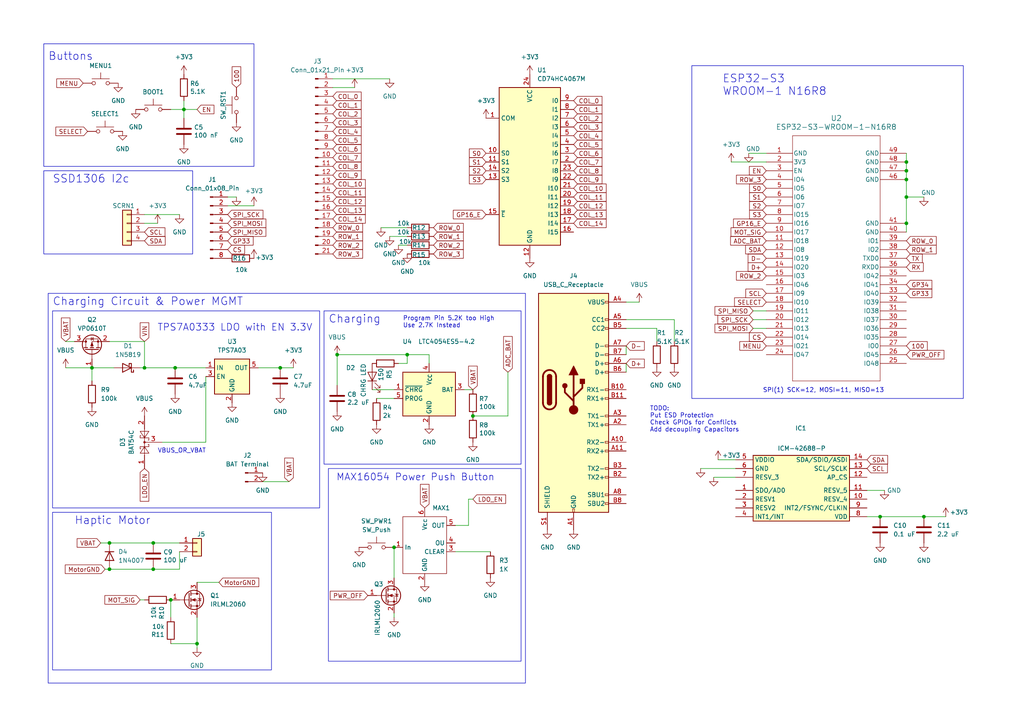
<source format=kicad_sch>
(kicad_sch (version 20250114) (generator "eeschema") (generator_version "9.0")
  (paper "A4")
  (rectangle (start 13.97 85.09) (end 152.4 198.12))
  (rectangle (start 93.98 90.17) (end 151.13 134.62))
  (rectangle (start 200.66 19.05) (end 279.4 115.57))
  (rectangle (start 95.25 135.89) (end 151.13 191.77))
  (rectangle (start 12.7 49.53) (end 55.88 73.66))
  (rectangle (start 15.24 148.59) (end 78.74 194.31))
  (rectangle (start 15.24 90.17) (end 92.71 147.32))
  (rectangle (start 12.7 12.7) (end 73.66 48.26))
  (text "Charging Circuit & Power MGMT" (at 15.24 88.9 0) (effects (font (size 2.27 2.27)) (justify left bottom)))
  (text "Haptic Motor" (at 21.59 152.4 0) (effects (font (size 2.27 2.27)) (justify left bottom)))
  (text "Buttons" (at 13.97 17.78 0) (effects (font (size 2.27 2.27)) (justify left bottom)))
  (text "ESP32-S3\nWROOM-1 N16R8" (at 209.55 27.94 0) (effects (font (size 2.27 2.27)) (justify left bottom)))
  (text "TODO:\nPut ESD Protection\nCheck GPIOs for Conflicts\nAdd decoupling Capacitors" (at 188.468 125.476 0) (effects (font (size 1.27 1.27)) (justify left bottom)))
  (text "TPS7A0333 LDO with EN 3.3V" (at 90.678 96.266 0) (effects (font (size 2 2)) (justify right bottom)))
  (text "SPI(1) SCK=12, MOSI=11, MISO=13" (at 221.234 114.046 0) (effects (font (size 1.27 1.27)) (justify left bottom)))
  (text "SSD1306 I2c" (at 15.24 53.34 0) (effects (font (size 2.27 2.27)) (justify left bottom)))
  (text "Program Pin 5.2K too High\nUse 2.7K Instead\n" (at 116.84 95.25 0) (effects (font (size 1.27 1.27)) (justify left bottom)))
  (text "MAX16054 Power Push Button" (at 143.51 139.7 0) (effects (font (size 2 2)) (justify right bottom)))
  (text "VBUS_OR_VBAT" (at 45.72 131.572 0) (effects (font (size 1.27 1.27)) (justify left bottom)))
  (text "Charging\n" (at 95.25 93.98 0) (effects (font (size 2.27 2.27)) (justify left bottom)))
  (junction (at 262.89 52.07))
  (junction (at 262.89 49.53))
  (junction (at 262.89 57.15))
  (junction (at 97.79 102.87))
  (junction (at 31.75 165.1))
  (junction (at 262.89 64.77))
  (junction (at 50.8 106.68))
  (junction (at 114.3 158.75))
  (junction (at 137.16 120.65))
  (junction (at 118.11 102.87))
  (junction (at 49.53 173.99))
  (junction (at 262.89 46.99))
  (junction (at 53.34 31.75))
  (junction (at 44.45 157.48))
  (junction (at 26.67 106.68))
  (junction (at 44.45 165.1))
  (junction (at 267.97 149.86))
  (junction (at 31.75 157.48))
  (junction (at 255.27 149.86))
  (junction (at 81.28 106.68))
  (junction (at 57.15 186.69))
  (junction (at 41.91 106.68))
  (wire (pts (xy 26.67 106.68) (xy 26.67 110.49)))
  (wire (pts (xy 40.64 106.68) (xy 41.91 106.68)))
  (wire (pts (xy 41.91 106.68) (xy 50.8 106.68)))
  (wire (pts (xy 262.89 64.77) (xy 262.89 67.31)))
  (wire (pts (xy 57.15 186.69) (xy 57.15 179.07)))
  (wire (pts (xy 218.44 90.17) (xy 222.25 90.17)))
  (wire (pts (xy 73.66 59.69) (xy 66.04 59.69)))
  (wire (pts (xy 262.89 57.15) (xy 262.89 64.77)))
  (wire (pts (xy 52.07 165.1) (xy 44.45 165.1)))
  (wire (pts (xy 118.11 105.41) (xy 118.11 102.87)))
  (wire (pts (xy 208.28 133.35) (xy 213.36 133.35)))
  (wire (pts (xy 19.05 106.68) (xy 26.67 106.68)))
  (wire (pts (xy 53.34 31.75) (xy 53.34 34.29)))
  (wire (pts (xy 262.89 44.45) (xy 262.89 46.99)))
  (wire (pts (xy 118.11 102.87) (xy 124.46 102.87)))
  (wire (pts (xy 46.99 128.27) (xy 59.69 128.27)))
  (wire (pts (xy 147.32 107.95) (xy 147.32 120.65)))
  (wire (pts (xy 49.53 186.69) (xy 57.15 186.69)))
  (wire (pts (xy 124.46 102.87) (xy 124.46 105.41)))
  (wire (pts (xy 135.89 152.4) (xy 132.08 152.4)))
  (wire (pts (xy 83.82 139.7) (xy 76.2 139.7)))
  (wire (pts (xy 262.89 46.99) (xy 262.89 49.53)))
  (wire (pts (xy 114.3 158.75) (xy 114.3 167.64)))
  (wire (pts (xy 267.97 149.86) (xy 255.27 149.86)))
  (wire (pts (xy 207.01 138.43) (xy 213.36 138.43)))
  (wire (pts (xy 45.72 64.77) (xy 41.91 64.77)))
  (wire (pts (xy 190.5 95.25) (xy 190.5 99.06)))
  (wire (pts (xy 256.54 142.24) (xy 251.46 142.24)))
  (wire (pts (xy 97.79 111.76) (xy 97.79 102.87)))
  (wire (pts (xy 181.61 105.41) (xy 181.61 107.95)))
  (wire (pts (xy 109.22 115.57) (xy 114.3 115.57)))
  (wire (pts (xy 217.17 44.45) (xy 222.25 44.45)))
  (wire (pts (xy 218.44 95.25) (xy 222.25 95.25)))
  (wire (pts (xy 59.69 128.27) (xy 59.69 109.22)))
  (wire (pts (xy 49.53 179.07) (xy 49.53 173.99)))
  (wire (pts (xy 218.44 92.71) (xy 222.25 92.71)))
  (wire (pts (xy 113.03 22.86) (xy 96.52 22.86)))
  (wire (pts (xy 50.8 106.68) (xy 59.69 106.68)))
  (wire (pts (xy 203.2 135.89) (xy 213.36 135.89)))
  (wire (pts (xy 212.09 46.99) (xy 222.25 46.99)))
  (wire (pts (xy 115.57 71.12) (xy 118.11 71.12)))
  (wire (pts (xy 53.34 29.21) (xy 53.34 31.75)))
  (wire (pts (xy 19.05 99.06) (xy 21.59 99.06)))
  (wire (pts (xy 137.16 120.65) (xy 147.32 120.65)))
  (wire (pts (xy 41.91 99.06) (xy 41.91 106.68)))
  (wire (pts (xy 53.34 31.75) (xy 57.15 31.75)))
  (wire (pts (xy 49.53 31.75) (xy 53.34 31.75)))
  (wire (pts (xy 31.75 99.06) (xy 41.91 99.06)))
  (wire (pts (xy 68.58 57.15) (xy 66.04 57.15)))
  (wire (pts (xy 181.61 100.33) (xy 181.61 102.87)))
  (wire (pts (xy 41.91 173.99) (xy 40.64 173.99)))
  (wire (pts (xy 85.09 106.68) (xy 81.28 106.68)))
  (wire (pts (xy 135.89 144.78) (xy 135.89 152.4)))
  (wire (pts (xy 115.57 105.41) (xy 118.11 105.41)))
  (wire (pts (xy 31.75 157.48) (xy 44.45 157.48)))
  (wire (pts (xy 44.45 165.1) (xy 31.75 165.1)))
  (wire (pts (xy 110.49 66.04) (xy 118.11 66.04)))
  (wire (pts (xy 107.95 113.03) (xy 114.3 113.03)))
  (wire (pts (xy 255.27 149.86) (xy 251.46 149.86)))
  (wire (pts (xy 44.45 157.48) (xy 52.07 157.48)))
  (wire (pts (xy 31.75 165.1) (xy 30.48 165.1)))
  (wire (pts (xy 29.21 157.48) (xy 31.75 157.48)))
  (wire (pts (xy 113.03 68.58) (xy 118.11 68.58)))
  (wire (pts (xy 262.89 49.53) (xy 262.89 52.07)))
  (wire (pts (xy 102.87 25.4) (xy 96.52 25.4)))
  (wire (pts (xy 267.97 57.15) (xy 262.89 57.15)))
  (wire (pts (xy 81.28 106.68) (xy 74.93 106.68)))
  (wire (pts (xy 274.32 149.86) (xy 267.97 149.86)))
  (wire (pts (xy 137.16 144.78) (xy 135.89 144.78)))
  (wire (pts (xy 132.08 160.02) (xy 142.24 160.02)))
  (wire (pts (xy 114.3 177.8) (xy 114.3 179.07)))
  (wire (pts (xy 262.89 52.07) (xy 262.89 57.15)))
  (wire (pts (xy 57.15 187.96) (xy 57.15 186.69)))
  (wire (pts (xy 181.61 95.25) (xy 190.5 95.25)))
  (wire (pts (xy 52.07 62.23) (xy 41.91 62.23)))
  (wire (pts (xy 195.58 92.71) (xy 195.58 99.06)))
  (wire (pts (xy 26.67 106.68) (xy 33.02 106.68)))
  (wire (pts (xy 185.42 87.63) (xy 181.61 87.63)))
  (wire (pts (xy 52.07 160.02) (xy 52.07 165.1)))
  (wire (pts (xy 63.5 168.91) (xy 57.15 168.91)))
  (wire (pts (xy 97.79 102.87) (xy 118.11 102.87)))
  (wire (pts (xy 134.62 113.03) (xy 137.16 113.03)))
  (wire (pts (xy 181.61 92.71) (xy 195.58 92.71)))
  (global_label "ROW_1" (shape input) (at 125.73 68.58 0) (property "Intersheetrefs" "${INTERSHEET_REFS}" (effects (hide yes))))
  (global_label "ROW_0" (shape input) (at 96.52 66.04 0) (property "Intersheetrefs" "${INTERSHEET_REFS}" (effects (hide yes))))
  (global_label "ADC_BAT" (shape input) (at 222.25 69.85 180) (property "Intersheetrefs" "${INTERSHEET_REFS}" (effects (hide yes))))
  (global_label "COL_12" (shape input) (at 166.37 59.69 0) (property "Intersheetrefs" "${INTERSHEET_REFS}" (effects (hide yes))))
  (global_label "ROW_1" (shape input) (at 96.52 68.58 0) (property "Intersheetrefs" "${INTERSHEET_REFS}" (effects (hide yes))))
  (global_label "PWR_OFF" (shape input) (at 106.68 172.72 180) (property "Intersheetrefs" "${INTERSHEET_REFS}" (effects (hide yes))))
  (global_label "D-" (shape input) (at 222.25 74.93 180) (property "Intersheetrefs" "${INTERSHEET_REFS}" (effects (hide yes))))
  (global_label "COL_10" (shape input) (at 166.37 54.61 0) (property "Intersheetrefs" "${INTERSHEET_REFS}" (effects (hide yes))))
  (global_label "COL_7" (shape input) (at 166.37 46.99 0) (property "Intersheetrefs" "${INTERSHEET_REFS}" (effects (hide yes))))
  (global_label "100" (shape input) (at 68.58 25.4 90) (property "Intersheetrefs" "${INTERSHEET_REFS}" (effects (hide yes))))
  (global_label "COL_4" (shape input) (at 96.52 38.1 0) (property "Intersheetrefs" "${INTERSHEET_REFS}" (effects (hide yes))))
  (global_label "D+" (shape input) (at 181.61 105.41 0) (property "Intersheetrefs" "${INTERSHEET_REFS}" (effects (hide yes))))
  (global_label "MotorGND" (shape input) (at 63.5 168.91 0) (property "Intersheetrefs" "${INTERSHEET_REFS}" (effects (hide yes))))
  (global_label "S0" (shape input) (at 222.25 54.61 180) (property "Intersheetrefs" "${INTERSHEET_REFS}" (effects (hide yes))))
  (global_label "S0" (shape input) (at 140.97 44.45 180) (property "Intersheetrefs" "${INTERSHEET_REFS}" (effects (hide yes))))
  (global_label "COL_5" (shape input) (at 96.52 40.64 0) (property "Intersheetrefs" "${INTERSHEET_REFS}" (effects (hide yes))))
  (global_label "GP34" (shape input) (at 262.89 82.55 0) (property "Intersheetrefs" "${INTERSHEET_REFS}" (effects (hide yes))))
  (global_label "D+" (shape input) (at 222.25 77.47 180) (property "Intersheetrefs" "${INTERSHEET_REFS}" (effects (hide yes))))
  (global_label "D-" (shape input) (at 181.61 100.33 0) (property "Intersheetrefs" "${INTERSHEET_REFS}" (effects (hide yes))))
  (global_label "SPI_MOSI" (shape input) (at 218.44 95.25 180) (property "Intersheetrefs" "${INTERSHEET_REFS}" (effects (hide yes))))
  (global_label "ROW_2" (shape input) (at 125.73 71.12 0) (property "Intersheetrefs" "${INTERSHEET_REFS}" (effects (hide yes))))
  (global_label "ROW_3" (shape input) (at 222.25 52.07 180) (property "Intersheetrefs" "${INTERSHEET_REFS}" (effects (hide yes))))
  (global_label "COL_0" (shape input) (at 96.52 27.94 0) (property "Intersheetrefs" "${INTERSHEET_REFS}" (effects (hide yes))))
  (global_label "VBAT" (shape input) (at 29.21 157.48 180) (property "Intersheetrefs" "${INTERSHEET_REFS}" (effects (hide yes))))
  (global_label "TX" (shape input) (at 262.89 74.93 0) (property "Intersheetrefs" "${INTERSHEET_REFS}" (effects (hide yes))))
  (global_label "MOT_SIG" (shape input) (at 222.25 67.31 180) (property "Intersheetrefs" "${INTERSHEET_REFS}" (effects (hide yes))))
  (global_label "SDA" (shape input) (at 41.91 69.85 0) (property "Intersheetrefs" "${INTERSHEET_REFS}" (effects (hide yes))))
  (global_label "COL_2" (shape input) (at 96.52 33.02 0) (property "Intersheetrefs" "${INTERSHEET_REFS}" (effects (hide yes))))
  (global_label "PWR_OFF" (shape input) (at 262.89 102.87 0) (property "Intersheetrefs" "${INTERSHEET_REFS}" (effects (hide yes))))
  (global_label "COL_0" (shape input) (at 166.37 29.21 0) (property "Intersheetrefs" "${INTERSHEET_REFS}" (effects (hide yes))))
  (global_label "SPI_MOSI" (shape input) (at 66.04 64.77 0) (property "Intersheetrefs" "${INTERSHEET_REFS}" (effects (hide yes))))
  (global_label "COL_13" (shape input) (at 96.52 60.96 0) (property "Intersheetrefs" "${INTERSHEET_REFS}" (effects (hide yes))))
  (global_label "SPI_SCK" (shape input) (at 66.04 62.23 0) (property "Intersheetrefs" "${INTERSHEET_REFS}" (effects (hide yes))))
  (global_label "COL_8" (shape input) (at 96.52 48.26 0) (property "Intersheetrefs" "${INTERSHEET_REFS}" (effects (hide yes))))
  (global_label "RX" (shape input) (at 262.89 77.47 0) (property "Intersheetrefs" "${INTERSHEET_REFS}" (effects (hide yes))))
  (global_label "COL_11" (shape input) (at 96.52 55.88 0) (property "Intersheetrefs" "${INTERSHEET_REFS}" (effects (hide yes))))
  (global_label "COL_6" (shape input) (at 166.37 44.45 0) (property "Intersheetrefs" "${INTERSHEET_REFS}" (effects (hide yes))))
  (global_label "SELECT" (shape input) (at 222.25 87.63 180) (property "Intersheetrefs" "${INTERSHEET_REFS}" (effects (hide yes))))
  (global_label "COL_9" (shape input) (at 96.52 50.8 0) (property "Intersheetrefs" "${INTERSHEET_REFS}" (effects (hide yes))))
  (global_label "COL_5" (shape input) (at 166.37 41.91 0) (property "Intersheetrefs" "${INTERSHEET_REFS}" (effects (hide yes))))
  (global_label "COL_10" (shape input) (at 96.52 53.34 0) (property "Intersheetrefs" "${INTERSHEET_REFS}" (effects (hide yes))))
  (global_label "SCL" (shape input) (at 251.46 135.89 0) (property "Intersheetrefs" "${INTERSHEET_REFS}" (effects (hide yes))))
  (global_label "ROW_2" (shape input) (at 222.25 80.01 180) (property "Intersheetrefs" "${INTERSHEET_REFS}" (effects (hide yes))))
  (global_label "VIN" (shape input) (at 41.91 99.06 90) (property "Intersheetrefs" "${INTERSHEET_REFS}" (effects (hide yes))))
  (global_label "SCL" (shape input) (at 222.25 85.09 180) (property "Intersheetrefs" "${INTERSHEET_REFS}" (effects (hide yes))))
  (global_label "MotorGND" (shape input) (at 30.48 165.1 180) (property "Intersheetrefs" "${INTERSHEET_REFS}" (effects (hide yes))))
  (global_label "SPI_MISO" (shape input) (at 218.44 90.17 180) (property "Intersheetrefs" "${INTERSHEET_REFS}" (effects (hide yes))))
  (global_label "VBAT" (shape input) (at 123.19 147.32 90) (property "Intersheetrefs" "${INTERSHEET_REFS}" (effects (hide yes))))
  (global_label "COL_2" (shape input) (at 166.37 34.29 0) (property "Intersheetrefs" "${INTERSHEET_REFS}" (effects (hide yes))))
  (global_label "ROW_3" (shape input) (at 96.52 73.66 0) (property "Intersheetrefs" "${INTERSHEET_REFS}" (effects (hide yes))))
  (global_label "MENU" (shape input) (at 222.25 100.33 180) (property "Intersheetrefs" "${INTERSHEET_REFS}" (effects (hide yes))))
  (global_label "S1" (shape input) (at 222.25 57.15 180) (property "Intersheetrefs" "${INTERSHEET_REFS}" (effects (hide yes))))
  (global_label "100" (shape input) (at 262.89 100.33 0) (property "Intersheetrefs" "${INTERSHEET_REFS}" (effects (hide yes))))
  (global_label "COL_1" (shape input) (at 96.52 30.48 0) (property "Intersheetrefs" "${INTERSHEET_REFS}" (effects (hide yes))))
  (global_label "SDA" (shape input) (at 251.46 133.35 0) (property "Intersheetrefs" "${INTERSHEET_REFS}" (effects (hide yes))))
  (global_label "CS" (shape input) (at 222.25 97.79 180) (property "Intersheetrefs" "${INTERSHEET_REFS}" (effects (hide yes))))
  (global_label "GP16_E" (shape input) (at 222.25 64.77 180) (property "Intersheetrefs" "${INTERSHEET_REFS}" (effects (hide yes))))
  (global_label "EN" (shape input) (at 222.25 49.53 180) (property "Intersheetrefs" "${INTERSHEET_REFS}" (effects (hide yes))))
  (global_label "ROW_1" (shape input) (at 262.89 72.39 0) (property "Intersheetrefs" "${INTERSHEET_REFS}" (effects (hide yes))))
  (global_label "S3" (shape input) (at 222.25 62.23 180) (property "Intersheetrefs" "${INTERSHEET_REFS}" (effects (hide yes))))
  (global_label "COL_7" (shape input) (at 96.52 45.72 0) (property "Intersheetrefs" "${INTERSHEET_REFS}" (effects (hide yes))))
  (global_label "MENU" (shape input) (at 24.13 24.13 180) (property "Intersheetrefs" "${INTERSHEET_REFS}" (effects (hide yes))))
  (global_label "COL_1" (shape input) (at 166.37 31.75 0) (property "Intersheetrefs" "${INTERSHEET_REFS}" (effects (hide yes))))
  (global_label "SPI_SCK" (shape input) (at 218.44 92.71 180) (property "Intersheetrefs" "${INTERSHEET_REFS}" (effects (hide yes))))
  (global_label "SELECT" (shape input) (at 25.4 38.1 180) (property "Intersheetrefs" "${INTERSHEET_REFS}" (effects (hide yes))))
  (global_label "COL_12" (shape input) (at 96.52 58.42 0) (property "Intersheetrefs" "${INTERSHEET_REFS}" (effects (hide yes))))
  (global_label "COL_9" (shape input) (at 166.37 52.07 0) (property "Intersheetrefs" "${INTERSHEET_REFS}" (effects (hide yes))))
  (global_label "GP16_E" (shape input) (at 140.97 62.23 180) (property "Intersheetrefs" "${INTERSHEET_REFS}" (effects (hide yes))))
  (global_label "COL_14" (shape input) (at 96.52 63.5 0) (property "Intersheetrefs" "${INTERSHEET_REFS}" (effects (hide yes))))
  (global_label "COL_3" (shape input) (at 166.37 36.83 0) (property "Intersheetrefs" "${INTERSHEET_REFS}" (effects (hide yes))))
  (global_label "ADC_BAT" (shape input) (at 147.32 107.95 90) (property "Intersheetrefs" "${INTERSHEET_REFS}" (effects (hide yes))))
  (global_label "GP33" (shape input) (at 66.04 69.85 0) (property "Intersheetrefs" "${INTERSHEET_REFS}" (effects (hide yes))))
  (global_label "COL_11" (shape input) (at 166.37 57.15 0) (property "Intersheetrefs" "${INTERSHEET_REFS}" (effects (hide yes))))
  (global_label "VBAT" (shape input) (at 83.82 139.7 90) (property "Intersheetrefs" "${INTERSHEET_REFS}" (effects (hide yes))))
  (global_label "SPI_MISO" (shape input) (at 66.04 67.31 0) (property "Intersheetrefs" "${INTERSHEET_REFS}" (effects (hide yes))))
  (global_label "ROW_3" (shape input) (at 125.73 73.66 0) (property "Intersheetrefs" "${INTERSHEET_REFS}" (effects (hide yes))))
  (global_label "LDO_EN" (shape input) (at 41.91 135.89 270) (property "Intersheetrefs" "${INTERSHEET_REFS}" (effects (hide yes))))
  (global_label "ROW_0" (shape input) (at 125.73 66.04 0) (property "Intersheetrefs" "${INTERSHEET_REFS}" (effects (hide yes))))
  (global_label "COL_4" (shape input) (at 166.37 39.37 0) (property "Intersheetrefs" "${INTERSHEET_REFS}" (effects (hide yes))))
  (global_label "VBAT" (shape input) (at 19.05 99.06 90) (property "Intersheetrefs" "${INTERSHEET_REFS}" (effects (hide yes))))
  (global_label "LDO_EN" (shape input) (at 137.16 144.78 0) (property "Intersheetrefs" "${INTERSHEET_REFS}" (effects (hide yes))))
  (global_label "SCL" (shape input) (at 41.91 67.31 0) (property "Intersheetrefs" "${INTERSHEET_REFS}" (effects (hide yes))))
  (global_label "EN" (shape input) (at 57.15 31.75 0) (property "Intersheetrefs" "${INTERSHEET_REFS}" (effects (hide yes))))
  (global_label "S1" (shape input) (at 140.97 46.99 180) (property "Intersheetrefs" "${INTERSHEET_REFS}" (effects (hide yes))))
  (global_label "SDA" (shape input) (at 222.25 72.39 180) (property "Intersheetrefs" "${INTERSHEET_REFS}" (effects (hide yes))))
  (global_label "CS" (shape input) (at 66.04 72.39 0) (property "Intersheetrefs" "${INTERSHEET_REFS}" (effects (hide yes))))
  (global_label "COL_6" (shape input) (at 96.52 43.18 0) (property "Intersheetrefs" "${INTERSHEET_REFS}" (effects (hide yes))))
  (global_label "GP33" (shape input) (at 262.89 85.09 0) (property "Intersheetrefs" "${INTERSHEET_REFS}" (effects (hide yes))))
  (global_label "S3" (shape input) (at 140.97 52.07 180) (property "Intersheetrefs" "${INTERSHEET_REFS}" (effects (hide yes))))
  (global_label "COL_13" (shape input) (at 166.37 62.23 0) (property "Intersheetrefs" "${INTERSHEET_REFS}" (effects (hide yes))))
  (global_label "S2" (shape input) (at 140.97 49.53 180) (property "Intersheetrefs" "${INTERSHEET_REFS}" (effects (hide yes))))
  (global_label "COL_14" (shape input) (at 166.37 64.77 0) (property "Intersheetrefs" "${INTERSHEET_REFS}" (effects (hide yes))))
  (global_label "MOT_SIG" (shape input) (at 40.64 173.99 180) (property "Intersheetrefs" "${INTERSHEET_REFS}" (effects (hide yes))))
  (global_label "ROW_2" (shape input) (at 96.52 71.12 0) (property "Intersheetrefs" "${INTERSHEET_REFS}" (effects (hide yes))))
  (global_label "VBAT" (shape input) (at 137.16 113.03 90) (property "Intersheetrefs" "${INTERSHEET_REFS}" (effects (hide yes))))
  (global_label "S2" (shape input) (at 222.25 59.69 180) (property "Intersheetrefs" "${INTERSHEET_REFS}" (effects (hide yes))))
  (global_label "COL_8" (shape input) (at 166.37 49.53 0) (property "Intersheetrefs" "${INTERSHEET_REFS}" (effects (hide yes))))
  (global_label "COL_3" (shape input) (at 96.52 35.56 0) (property "Intersheetrefs" "${INTERSHEET_REFS}" (effects (hide yes))))
  (global_label "ROW_0" (shape input) (at 262.89 69.85 0) (property "Intersheetrefs" "${INTERSHEET_REFS}" (effects (hide yes))))
  (symbol (lib_id "Switch:SW_Push") (at 68.58 30.48 90) (unit 1)
    (property "Reference" "SW_RST1" (at 64.77 30.48 0))
    (property "Value" "SW_Push" (effects (hide yes)))
    (property "Footprint" "OpenMuscleDevKit:EVQP2P02M" (effects (hide yes)))
  )
  (symbol (lib_id "Switch:SW_Push") (at 44.45 31.75 0) (unit 1)
    (property "Reference" "BOOT1" (at 44.45 26.67 0))
    (property "Value" "SW_Push" (effects (hide yes)))
    (property "Footprint" "OpenMuscleDevKit:EVQP2P02M" (effects (hide yes)))
  )
  (symbol (lib_id "power:GND") (at 97.79 119.38 0) (unit 1)
    (property "Reference" "#PWR034" (effects (hide yes)))
    (property "Value" "GND" (at 97.79 124.46 0))
  )
  (symbol (lib_id "Device:R") (at 121.92 66.04 90) (unit 1)
    (property "Reference" "R12" (at 123.444 66.04 90) (effects (justify left)))
    (property "Value" "10k" (at 118.872 64.77 90) (effects (justify left)))
    (property "Footprint" "Resistor_SMD:R_0603_1608Metric" (effects (hide yes)))
    (property "JLCPN" "C25905" (effects (hide yes)))
  )
  (symbol (lib_id "Device:C") (at 255.27 153.67 0) (unit 1)
    (property "Reference" "C10" (at 259.08 152.3999 0) (effects (justify left)))
    (property "Value" "0.1 uF" (at 259.08 154.9399 0) (effects (justify left)))
    (property "Footprint" "Capacitor_SMD:C_0603_1608Metric" (effects (hide yes)))
  )
  (symbol (lib_id "Connector:Conn_01x08_Pin") (at 60.96 64.77 0) (unit 1)
    (property "Reference" "J1" (at 61.595 52.07 0))
    (property "Value" "Conn_01x08_Pin" (at 61.595 54.61 0))
    (property "Footprint" "Connector_PinHeader_2.54mm:PinHeader_1x08_P2.54mm_Vertical" (effects (hide yes)))
    (property "Description" "Generic connector, single row, 01x08, script generated" (effects (hide yes)))
  )
  (symbol (lib_id "Device:R") (at 121.92 68.58 90) (unit 1)
    (property "Reference" "R13" (at 123.444 68.58 90) (effects (justify left)))
    (property "Value" "10k" (at 118.872 67.31 90) (effects (justify left)))
    (property "Footprint" "Resistor_SMD:R_0603_1608Metric" (effects (hide yes)))
    (property "JLCPN" "C25905" (effects (hide yes)))
  )
  (symbol (lib_id "ChargingStuffsLib:MAX16054") (at 123.19 152.4 0) (unit 1)
    (property "Reference" "MAX1" (at 125.3841 147.32 0) (effects (justify left)))
    (property "Value" "~" (at 123.19 152.4 0))
    (property "Footprint" "Package_TO_SOT_SMD:SOT-23-6" (effects (hide yes)))
  )
  (symbol (lib_id "Device:R") (at 137.16 116.84 0) (unit 1)
    (property "Reference" "R7" (at 138.938 115.6716 0) (effects (justify left)))
    (property "Value" "100k" (at 138.938 117.983 0) (effects (justify left)))
    (property "Footprint" "Resistor_SMD:R_0603_1608Metric" (effects (hide yes)))
    (property "JLCPN" "C25905" (effects (hide yes)))
  )
  (symbol (lib_id "power:GND") (at 158.75 153.67 0) (unit 1)
    (property "Reference" "#PWR019" (effects (hide yes)))
    (property "Value" "GND" (at 158.75 158.75 0))
  )
  (symbol (lib_id "power:+3V3") (at 73.66 59.69 0) (unit 1)
    (property "Reference" "#PWR067" (effects (hide yes)))
    (property "Value" "+3V3" (at 73.66 55.372 0))
  )
  (symbol (lib_id "Device:R") (at 121.92 73.66 90) (unit 1)
    (property "Reference" "R15" (at 123.444 73.914 90) (effects (justify left)))
    (property "Value" "10k" (at 124.968 76.2 90) (effects (justify left)))
    (property "Footprint" "Resistor_SMD:R_0603_1608Metric" (effects (hide yes)))
    (property "JLCPN" "C25905" (effects (hide yes)))
  )
  (symbol (lib_id "Device:C") (at 81.28 110.49 0) (unit 1)
    (property "Reference" "C7" (at 85.09 109.22 0) (effects (justify left)))
    (property "Value" "4.7uF" (at 85.09 111.76 0) (effects (justify left)))
    (property "Footprint" "Capacitor_SMD:C_0805_2012Metric" (effects (hide yes)))
  )
  (symbol (lib_id "Device:R") (at 137.16 124.46 0) (unit 1)
    (property "Reference" "R8" (at 138.938 123.2916 0) (effects (justify left)))
    (property "Value" "100k" (at 138.938 125.603 0) (effects (justify left)))
    (property "Footprint" "Resistor_SMD:R_0603_1608Metric" (effects (hide yes)))
    (property "JLCPN" "C25905" (effects (hide yes)))
  )
  (symbol (lib_id "power:GND") (at 57.15 187.96 0) (unit 1)
    (property "Reference" "#PWR057" (effects (hide yes)))
    (property "Value" "GND" (at 57.15 193.04 0))
  )
  (symbol (lib_id "power:GND") (at 104.14 158.75 0) (unit 1)
    (property "Reference" "#PWR022" (effects (hide yes)))
    (property "Value" "GND" (at 104.14 163.83 0))
  )
  (symbol (lib_id "power:GND") (at 195.58 106.68 0) (unit 1)
    (property "Reference" "#PWR047" (effects (hide yes)))
    (property "Value" "GND" (at 195.58 111.76 0))
  )
  (symbol (lib_id "Device:R") (at 190.5 102.87 0) (unit 1)
    (property "Reference" "R1" (at 190.5 96.52 0) (effects (justify left)))
    (property "Value" "5.1K" (at 190.5 99.06 0) (effects (justify left)))
    (property "Footprint" "Resistor_SMD:R_0603_1608Metric" (effects (hide yes)))
    (property "JLCPN" "C25905" (effects (hide yes)))
  )
  (symbol (lib_id "power:VBUS") (at 41.91 120.65 0) (unit 1)
    (property "Reference" "#PWR056" (effects (hide yes)))
    (property "Value" "VBUS" (at 41.91 115.57 0))
  )
  (symbol (lib_id "Regulator_Linear:TPS7A0508PDBV") (at 67.31 109.22 0) (unit 1)
    (property "Reference" "U3" (at 67.31 99.06 0))
    (property "Value" "TPS7A03" (at 67.31 101.6 0))
    (property "Footprint" "Package_TO_SOT_SMD:SOT-23-5" (effects (hide yes)))
    (property "Datasheet" "https://www.ti.com/lit/ds/symlink/tps7a05.pdf" (effects (hide yes)))
  )
  (symbol (lib_id "Diode:1N4007") (at 31.75 161.29 270) (unit 1)
    (property "Reference" "D4" (at 34.29 160.02 90) (effects (justify left)))
    (property "Value" "1N4007" (at 34.29 162.56 90) (effects (justify left)))
    (property "Footprint" "Diode_SMD:D_SOD-123" (effects (hide yes)))
    (property "Datasheet" "http://www.vishay.com/docs/88503/1n4001.pdf" (effects (hide yes)))
    (property "Sim.Device" "D" (effects (hide yes)))
    (property "Sim.Pins" "1=K 2=A" (effects (hide yes)))
  )
  (symbol (lib_id "power:GND") (at 50.8 114.3 0) (unit 1)
    (property "Reference" "#PWR024" (effects (hide yes)))
    (property "Value" "GND" (at 50.8 119.38 0))
  )
  (symbol (lib_id "Device:C") (at 50.8 110.49 0) (unit 1)
    (property "Reference" "C6" (at 54.61 109.22 0) (effects (justify left)))
    (property "Value" "4.7uF" (at 54.61 111.76 0) (effects (justify left)))
    (property "Footprint" "Capacitor_SMD:C_0805_2012Metric" (effects (hide yes)))
  )
  (symbol (lib_id "Device:R") (at 45.72 173.99 270) (unit 1)
    (property "Reference" "R10" (at 46.8884 175.768 0) (effects (justify left)))
    (property "Value" "10k" (at 44.577 175.768 0) (effects (justify left)))
    (property "Footprint" "Resistor_SMD:R_0603_1608Metric" (effects (hide yes)))
    (property "JLCPN" "C25744" (effects (hide yes)))
  )
  (symbol (lib_id "power:+3V3") (at 53.34 21.59 0) (unit 1)
    (property "Reference" "#PWR050" (effects (hide yes)))
    (property "Value" "+3V3" (at 53.34 16.51 0))
  )
  (symbol (lib_id "power:GND") (at 34.29 24.13 0) (unit 1)
    (property "Reference" "#PWR036" (effects (hide yes)))
    (property "Value" "GND" (at 34.29 29.21 0))
  )
  (symbol (lib_id "power:+3V3") (at 140.97 34.29 0) (unit 1)
    (property "Reference" "#PWR069" (effects (hide yes)))
    (property "Value" "+3V3" (at 140.97 29.21 0))
  )
  (symbol (lib_id "power:GND") (at 255.27 157.48 0) (unit 1)
    (property "Reference" "#PWR061" (effects (hide yes)))
    (property "Value" "GND" (at 255.27 162.56 0))
  )
  (symbol (lib_id "power:GND") (at 113.03 68.58 0) (unit 1)
    (property "Reference" "#PWR08" (effects (hide yes)))
    (property "Value" "GND" (at 113.03 73.66 0))
    (property "Description" "Power symbol creates a global label with name \"GND\" , ground" (effects (hide yes)))
  )
  (symbol (lib_id "power:GND") (at 109.22 123.19 0) (unit 1)
    (property "Reference" "#PWR035" (effects (hide yes)))
    (property "Value" "GND" (at 109.22 128.27 0))
  )
  (symbol (lib_id "power:+3V3") (at 212.09 46.99 0) (unit 1)
    (property "Reference" "#PWR054" (effects (hide yes)))
    (property "Value" "+3V3" (at 212.09 41.91 0))
  )
  (symbol (lib_id "Transistor_FET:VP0610T") (at 26.67 101.6 90) (unit 1)
    (property "Reference" "Q2" (at 26.67 92.71 90))
    (property "Value" "VP0610T" (at 26.67 95.25 90))
    (property "Footprint" "Package_TO_SOT_SMD:SOT-23" (effects (hide yes)))
    (property "Datasheet" "http://www.vishay.com/docs/70209/70209.pdf" (effects (hide yes)))
  )
  (symbol (lib_id "ICM-42688-P:ICM-42688-P") (at 213.36 139.7 0) (unit 1)
    (property "Reference" "IC1" (at 230.632 124.206 0) (effects (justify left)))
    (property "Value" "ICM-42688-P" (at 239.522 130.048 0) (effects (justify right)))
    (property "Footprint" "IIM42352" (effects (hide yes)))
    (property "Datasheet" "https://3cfeqx1hf82y3xcoull08ihx-wpengine.netdna-ssl.com/wp-content/uploads/2021/06/DS-000347-ICM-42688-P-v1.5.pdf" (effects (hide yes)))
    (property "Description" "IMU 6-Axis" (effects (hide yes)))
    (property "Mouser Part Number" "410-ICM-42688-P" (effects (hide yes)))
    (property "Mouser Price/Stock" "https://www.mouser.co.uk/ProductDetail/TDK-InvenSense/ICM-42688-P?qs=OlC7AqGiEDk8QrNAV728zw%3D%3D" (effects (hide yes)))
    (property "Manufacturer_Name" "TDK" (effects (hide yes)))
    (property "Manufacturer_Part_Number" "ICM-42688-P" (effects (hide yes)))
  )
  (symbol (lib_id "Battery_Management:LTC4054ES5-4.2") (at 124.46 113.03 0) (unit 1)
    (property "Reference" "U4" (at 118.11 99.06 0))
    (property "Value" "LTC4054ES5-4.2" (at 129.54 99.06 0))
    (property "Footprint" "Package_TO_SOT_SMD:TSOT-23-5" (effects (hide yes)))
    (property "Datasheet" "https://www.analog.com/media/en/technical-documentation/data-sheets/405442xf.pdf" (effects (hide yes)))
  )
  (symbol (lib_id "power:+3V3") (at 45.72 64.77 0) (unit 1)
    (property "Reference" "#PWR043" (effects (hide yes)))
    (property "Value" "+3V3" (at 45.72 59.69 0))
  )
  (symbol (lib_id "Transistor_FET:IRLML2060") (at 111.76 172.72 0) (unit 1)
    (property "Reference" "Q3" (at 108.458 169.418 0) (effects (justify left)))
    (property "Value" "IRLML2060" (at 109.474 184.404 90) (effects (justify left)))
    (property "Footprint" "Package_TO_SOT_SMD:SOT-23" (effects (hide yes)))
    (property "Datasheet" "https://www.infineon.com/dgdl/irlml2060pbf.pdf?fileId=5546d462533600a401535664b7fb25ee" (effects (hide yes)))
  )
  (symbol (lib_id "power:GND") (at 203.2 135.89 0) (unit 1)
    (property "Reference" "#PWR059" (effects (hide yes)))
    (property "Value" "GND" (effects (hide yes)))
  )
  (symbol (lib_id "power:GND") (at 52.07 62.23 0) (unit 1)
    (property "Reference" "#PWR044" (effects (hide yes)))
    (property "Value" "GND" (at 52.07 67.31 0))
  )
  (symbol (lib_id "Device:C") (at 267.97 153.67 0) (unit 1)
    (property "Reference" "C11" (at 271.78 152.3999 0) (effects (justify left)))
    (property "Value" "2.2 uF" (at 271.78 154.9399 0) (effects (justify left)))
    (property "Footprint" "Capacitor_SMD:C_0603_1608Metric" (effects (hide yes)))
  )
  (symbol (lib_id "power:GND") (at 53.34 41.91 0) (unit 1)
    (property "Reference" "#PWR048" (effects (hide yes)))
    (property "Value" "GND" (at 53.34 46.99 0))
  )
  (symbol (lib_id "Connector:USB_C_Receptacle") (at 166.37 113.03 0) (unit 1)
    (property "Reference" "J4" (at 166.37 80.01 0))
    (property "Value" "USB_C_Receptacle" (at 166.37 82.55 0))
    (property "Footprint" "Connector_USB:USB_C_Receptacle_HRO_TYPE-C-31-M-12" (effects (hide yes)))
    (property "Datasheet" "https://www.usb.org/sites/default/files/documents/usb_type-c.zip" (effects (hide yes)))
  )
  (symbol (lib_id "Connector:Conn_01x02_Pin") (at 71.12 137.16 0) (unit 1)
    (property "Reference" "J2" (at 71.755 132.08 0))
    (property "Value" "BAT Terminal" (at 71.755 134.62 0))
    (property "Footprint" "Connector_PinHeader_2.54mm:PinHeader_1x02_P2.54mm_Vertical" (effects (hide yes)))
    (property "Description" "Generic connector, single row, 01x02, script generated" (effects (hide yes)))
  )
  (symbol (lib_id "Switch:SW_Push") (at 30.48 38.1 0) (unit 1)
    (property "Reference" "SELECT1" (at 30.48 33.02 0))
    (property "Value" "SW_Push" (effects (hide yes)))
    (property "Footprint" "OpenMuscleDevKit:EVQP2P02M" (effects (hide yes)))
  )
  (symbol (lib_id "power:GND") (at 267.97 157.48 0) (unit 1)
    (property "Reference" "#PWR062" (effects (hide yes)))
    (property "Value" "GND" (at 267.97 162.56 0))
  )
  (symbol (lib_id "power:+3V3") (at 274.32 149.86 0) (unit 1)
    (property "Reference" "#PWR060" (effects (hide yes)))
    (property "Value" "+3V3" (at 278.13 148.59 0))
  )
  (symbol (lib_id "power:+3V3") (at 153.67 21.59 0) (unit 1)
    (property "Reference" "#PWR068" (effects (hide yes)))
    (property "Value" "+3V3" (at 153.67 16.51 0))
  )
  (symbol (lib_id "power:GND") (at 113.03 22.86 0) (unit 1)
    (property "Reference" "#PWR04" (effects (hide yes)))
    (property "Value" "GND" (at 113.03 27.94 0))
    (property "Description" "Power symbol creates a global label with name \"GND\" , ground" (effects (hide yes)))
  )
  (symbol (lib_id "Device:R") (at 142.24 163.83 0) (unit 1)
    (property "Reference" "R3" (at 144.78 162.56 0) (effects (justify left)))
    (property "Value" "1K" (at 144.78 165.1 0) (effects (justify left)))
    (property "Footprint" "Resistor_SMD:R_0603_1608Metric" (effects (hide yes)))
  )
  (symbol (lib_id "Connector_Generic:Conn_01x02") (at 57.15 157.48 0) (unit 1)
    (property "Reference" "J5" (at 57.15 154.94 0) (effects (justify left)))
    (property "Value" "Conn_01x02" (effects (hide yes)))
    (property "Footprint" "Connector_PinHeader_2.00mm:PinHeader_1x02_P2.00mm_Vertical" (effects (hide yes)))
  )
  (symbol (lib_id "power:GND") (at 39.37 31.75 0) (unit 1)
    (property "Reference" "#PWR049" (effects (hide yes)))
    (property "Value" "GND" (at 39.37 36.83 0))
  )
  (symbol (lib_id "power:GND") (at 114.3 179.07 0) (unit 1)
    (property "Reference" "#PWR058" (effects (hide yes)))
    (property "Value" "GND" (at 114.3 184.15 0))
  )
  (symbol (lib_id "power:VBUS") (at 97.79 102.87 0) (unit 1)
    (property "Reference" "#PWR033" (effects (hide yes)))
    (property "Value" "VBUS" (at 97.79 97.79 0))
  )
  (symbol (lib_id "power:GND") (at 68.58 57.15 0) (unit 1)
    (property "Reference" "#PWR066" (effects (hide yes)))
    (property "Value" "GND" (effects (hide yes)))
  )
  (symbol (lib_id "Device:R") (at 109.22 119.38 0) (unit 1)
    (property "Reference" "R4" (at 110.998 118.2116 0) (effects (justify left)))
    (property "Value" "2k" (at 110.998 120.523 0) (effects (justify left)))
    (property "Footprint" "Resistor_SMD:R_0603_1608Metric" (effects (hide yes)))
    (property "JLCPN" "C25905" (effects (hide yes)))
  )
  (symbol (lib_id "Diode:BAT54C") (at 41.91 128.27 90) (unit 1)
    (property "Reference" "D3" (at 35.56 128.27 0))
    (property "Value" "BAT54C" (at 38.1 128.27 0))
    (property "Footprint" "Package_TO_SOT_SMD:SOT-23" (effects (hide yes)))
    (property "Datasheet" "http://www.diodes.com/_files/datasheets/ds11005.pdf" (effects (hide yes)))
    (property "Description" "dual schottky barrier diode, common cathode" (effects (hide yes)))
  )
  (symbol (lib_id "power:GND") (at 142.24 167.64 0) (unit 1)
    (property "Reference" "#PWR031" (effects (hide yes)))
    (property "Value" "GND" (at 142.24 172.72 0))
  )
  (symbol (lib_id "power:GND") (at 26.67 118.11 0) (unit 1)
    (property "Reference" "#PWR052" (effects (hide yes)))
    (property "Value" "GND" (at 26.67 123.19 0))
  )
  (symbol (lib_id "power:GND") (at 76.2 137.16 0) (unit 1)
    (property "Reference" "#PWR039" (effects (hide yes)))
    (property "Value" "GND" (at 76.2 142.24 0))
  )
  (symbol (lib_id "Connector:Conn_01x21_Pin") (at 91.44 48.26 0) (unit 1)
    (property "Reference" "J3" (at 92.075 17.78 0))
    (property "Value" "Conn_01x21_Pin" (at 92.075 20.32 0))
    (property "Footprint" "Connector_PinSocket_2.54mm:PinSocket_1x21_P2.54mm_Vertical" (effects (hide yes)))
    (property "Description" "Generic connector, single row, 01x21, script generated" (effects (hide yes)))
  )
  (symbol (lib_id "Device:R") (at 53.34 25.4 0) (unit 1)
    (property "Reference" "R6" (at 55.118 24.2316 0) (effects (justify left)))
    (property "Value" "5.1K" (at 55.118 26.543 0) (effects (justify left)))
    (property "Footprint" "Resistor_SMD:R_0603_1608Metric" (effects (hide yes)))
    (property "JLCPN" "C25905" (effects (hide yes)))
  )
  (symbol (lib_id "power:GND") (at 190.5 106.68 0) (unit 1)
    (property "Reference" "#PWR046" (effects (hide yes)))
    (property "Value" "GND" (at 190.5 111.76 0))
  )
  (symbol (lib_id "power:GND") (at 115.57 71.12 0) (unit 1)
    (property "Reference" "#PWR07" (effects (hide yes)))
    (property "Value" "GND" (at 115.57 76.2 0))
    (property "Description" "Power symbol creates a global label with name \"GND\" , ground" (effects (hide yes)))
  )
  (symbol (lib_id "Device:R") (at 26.67 114.3 0) (unit 1)
    (property "Reference" "R9" (at 29.21 113.03 0) (effects (justify left)))
    (property "Value" "100k" (at 29.21 115.57 0) (effects (justify left)))
    (property "Footprint" "Resistor_SMD:R_0603_1608Metric" (effects (hide yes)))
  )
  (symbol (lib_id "power:GND") (at 137.16 128.27 0) (unit 1)
    (property "Reference" "#PWR051" (effects (hide yes)))
    (property "Value" "GND" (at 137.16 133.35 0))
  )
  (symbol (lib_id "Device:C") (at 53.34 38.1 180) (unit 1)
    (property "Reference" "C5" (at 56.261 36.9316 0) (effects (justify right)))
    (property "Value" "100 nF" (at 56.261 39.243 0) (effects (justify right)))
    (property "Footprint" "Capacitor_SMD:C_0603_1608Metric" (effects (hide yes)))
    (property "JLCPN" "C1525" (effects (hide yes)))
  )
  (symbol (lib_id "Switch:SW_Push") (at 109.22 158.75 0) (unit 1)
    (property "Reference" "SW_PWR1" (at 109.22 151.13 0))
    (property "Value" "SW_Push" (at 109.22 153.67 0))
    (property "Footprint" "OpenMuscleDevKit:EVQP2P02M" (effects (hide yes)))
  )
  (symbol (lib_id "Device:R") (at 121.92 71.12 90) (unit 1)
    (property "Reference" "R14" (at 123.444 71.12 90) (effects (justify left)))
    (property "Value" "10k" (at 119.38 70.104 90) (effects (justify left)))
    (property "Footprint" "Resistor_SMD:R_0603_1608Metric" (effects (hide yes)))
    (property "JLCPN" "C25905" (effects (hide yes)))
  )
  (symbol (lib_id "Device:R") (at 49.53 182.88 180) (unit 1)
    (property "Reference" "R11" (at 47.752 184.0484 0) (effects (justify left)))
    (property "Value" "10k" (at 47.752 181.737 0) (effects (justify left)))
    (property "Footprint" "Resistor_SMD:R_0603_1608Metric" (effects (hide yes)))
    (property "JLCPN" "C25744" (effects (hide yes)))
  )
  (symbol (lib_id "power:VBUS") (at 185.42 87.63 0) (unit 1)
    (property "Reference" "#PWR017" (effects (hide yes)))
    (property "Value" "VBUS" (at 185.42 82.55 0))
  )
  (symbol (lib_id "Connector_Generic:Conn_01x04") (at 36.83 64.77 0) (mirror y) (unit 1)
    (property "Reference" "SCRN1" (at 39.116 59.69 0) (effects (justify left)))
    (property "Value" "Conn_01x04" (effects (hide yes)))
    (property "Footprint" "Connector_PinHeader_2.54mm:PinHeader_1x04_P2.54mm_Vertical" (effects (hide yes)))
  )
  (symbol (lib_id "Diode:1N5819") (at 36.83 106.68 180) (unit 1)
    (property "Reference" "D1" (at 37.1475 100.33 0))
    (property "Value" "1N5819" (at 37.1475 102.87 0))
    (property "Footprint" "Diode_SMD:D_SOD-123F" (effects (hide yes)))
    (property "Datasheet" "http://www.vishay.com/docs/88525/1n5817.pdf" (effects (hide yes)))
  )
  (symbol (lib_id "Device:C") (at 97.79 115.57 180) (unit 1)
    (property "Reference" "C8" (at 100.711 114.4016 0) (effects (justify right)))
    (property "Value" "2.2 uF" (at 100.711 116.713 0) (effects (justify right)))
    (property "Footprint" "Capacitor_SMD:C_0603_1608Metric" (effects (hide yes)))
    (property "JLCPN" "C12530" (effects (hide yes)))
  )
  (symbol (lib_id "power:GND") (at 68.58 35.56 0) (unit 1)
    (property "Reference" "#PWR038" (effects (hide yes)))
    (property "Value" "GND" (at 68.58 40.64 0))
  )
  (symbol (lib_id "power:GND") (at 123.19 168.91 0) (unit 1)
    (property "Reference" "#PWR029" (effects (hide yes)))
    (property "Value" "GND" (at 123.19 173.99 0))
  )
  (symbol (lib_id "power:GND") (at 256.54 142.24 0) (unit 1)
    (property "Reference" "#PWR064" (effects (hide yes)))
    (property "Value" "GND" (at 259.334 142.24 0))
  )
  (symbol (lib_id "power:+3V3") (at 208.28 133.35 0) (unit 1)
    (property "Reference" "#PWR063" (effects (hide yes)))
    (property "Value" "+3V3" (at 212.09 132.08 0))
  )
  (symbol (lib_id "2025-04-05_16-16-06:ESP32-S3-WROOM-1-N16R8") (at 222.25 44.45 0) (unit 1)
    (property "Reference" "U2" (at 242.57 34.29 0) (effects (font (size 1.524 1.524))))
    (property "Value" "ESP32-S3-WROOM-1-N16R8" (at 242.57 36.83 0) (effects (font (size 1.524 1.524))))
    (property "Footprint" "footprints:ESP32-S3-WROOM-1-N16R8" (effects (hide yes)))
    (property "Datasheet" "ESP32-S3-WROOM-1-N16R8" (effects (hide yes)))
  )
  (symbol (lib_id "power:+3V3") (at 85.09 106.68 0) (unit 1)
    (property "Reference" "#PWR032" (effects (hide yes)))
    (property "Value" "+3V3" (at 85.09 101.6 0))
  )
  (symbol (lib_id "power:GND") (at 153.67 74.93 0) (unit 1)
    (property "Reference" "#PWR05" (effects (hide yes)))
    (property "Value" "GND" (at 153.67 80.01 0))
    (property "Description" "Power symbol creates a global label with name \"GND\" , ground" (effects (hide yes)))
  )
  (symbol (lib_id "power:GND") (at 118.11 73.66 0) (unit 1)
    (property "Reference" "#PWR06" (effects (hide yes)))
    (property "Value" "GND" (at 118.11 78.74 0))
    (property "Description" "Power symbol creates a global label with name \"GND\" , ground" (effects (hide yes)))
  )
  (symbol (lib_id "power:GND") (at 207.01 138.43 0) (unit 1)
    (property "Reference" "#PWR065" (effects (hide yes)))
    (property "Value" "GND" (effects (hide yes)))
  )
  (symbol (lib_id "power:+3V3") (at 102.87 25.4 0) (unit 1)
    (property "Reference" "#PWR070" (effects (hide yes)))
    (property "Value" "+3V3" (at 102.87 20.32 0))
  )
  (symbol (lib_id "power:GND") (at 35.56 38.1 0) (unit 1)
    (property "Reference" "#PWR040" (effects (hide yes)))
    (property "Value" "GND" (at 35.56 43.18 0))
  )
  (symbol (lib_id "power:GND") (at 217.17 44.45 0) (unit 1)
    (property "Reference" "#PWR055" (effects (hide yes)))
    (property "Value" "GND" (at 218.44 43.18 0))
  )
  (symbol (lib_id "power:GND") (at 267.97 57.15 0) (unit 1)
    (property "Reference" "#PWR011" (effects (hide yes)))
    (property "Value" "GND" (at 269.24 55.88 0))
  )
  (symbol (lib_id "power:+3V3") (at 73.66 74.93 0) (unit 1)
    (property "Reference" "#PWR071" (effects (hide yes)))
    (property "Value" "+3V3" (at 76.708 74.676 0))
  )
  (symbol (lib_id "Device:R") (at 69.85 74.93 90) (unit 1)
    (property "Reference" "R16" (at 71.374 74.93 90) (effects (justify left)))
    (property "Value" "10k" (at 71.882 78.232 90) (effects (justify left)))
    (property "Footprint" "Resistor_SMD:R_0603_1608Metric" (effects (hide yes)))
    (property "JLCPN" "C25905" (effects (hide yes)))
  )
  (symbol (lib_id "74xx:CD74HC4067M") (at 153.67 46.99 0) (unit 1)
    (property "Reference" "U1" (at 155.8133 20.32 0) (effects (justify left)))
    (property "Value" "CD74HC4067M" (at 155.8133 22.86 0) (effects (justify left)))
    (property "Footprint" "Package_SO:TSSOP-24_4.4x7.8mm_P0.65mm" (effects (hide yes)))
    (property "Datasheet" "http://www.ti.com/lit/ds/symlink/cd74hc4067.pdf" (effects (hide yes)))
    (property "Description" "High-Speed CMOS Logic 16-Channel Analog Multiplexer/Demultiplexer, SOIC-24" (effects (hide yes)))
  )
  (symbol (lib_id "Switch:SW_Push") (at 29.21 24.13 0) (unit 1)
    (property "Reference" "MENU1" (at 29.21 19.05 0))
    (property "Value" "SW_Push" (effects (hide yes)))
    (property "Footprint" "OpenMuscleDevKit:EVQP2P02M" (effects (hide yes)))
  )
  (symbol (lib_id "power:VBUS") (at 19.05 106.68 0) (unit 1)
    (property "Reference" "#PWR053" (effects (hide yes)))
    (property "Value" "VBUS" (at 19.05 101.6 0))
  )
  (symbol (lib_id "power:GND") (at 81.28 114.3 0) (unit 1)
    (property "Reference" "#PWR030" (effects (hide yes)))
    (property "Value" "GND" (at 81.28 119.38 0))
  )
  (symbol (lib_id "Transistor_FET:IRLML2060") (at 54.61 173.99 0) (unit 1)
    (property "Reference" "Q1" (at 60.96 172.72 0) (effects (justify left)))
    (property "Value" "IRLML2060" (at 60.96 175.26 0) (effects (justify left)))
    (property "Footprint" "Package_TO_SOT_SMD:SOT-23" (effects (hide yes)))
    (property "Datasheet" "https://www.infineon.com/dgdl/irlml2060pbf.pdf?fileId=5546d462533600a401535664b7fb25ee" (effects (hide yes)))
  )
  (symbol (lib_id "power:GND") (at 124.46 123.19 0) (unit 1)
    (property "Reference" "#PWR037" (effects (hide yes)))
    (property "Value" "GND" (at 124.46 128.27 0))
  )
  (symbol (lib_id "Device:R") (at 195.58 102.87 0) (unit 1)
    (property "Reference" "R2" (at 195.58 96.52 0) (effects (justify left)))
    (property "Value" "5.1K" (at 195.58 99.06 0) (effects (justify left)))
    (property "Footprint" "Resistor_SMD:R_0603_1608Metric" (effects (hide yes)))
    (property "JLCPN" "C25905" (effects (hide yes)))
  )
  (symbol (lib_id "power:GND") (at 67.31 116.84 0) (unit 1)
    (property "Reference" "#PWR027" (effects (hide yes)))
    (property "Value" "GND" (at 67.31 121.92 0))
  )
  (symbol (lib_id "Device:R") (at 111.76 105.41 270) (unit 1)
    (property "Reference" "R5" (at 112.9284 107.188 0) (effects (justify left)))
    (property "Value" "150" (at 110.49 106.68 0) (effects (justify left)))
    (property "Footprint" "Resistor_SMD:R_0603_1608Metric" (effects (hide yes)))
    (property "JLCPN" "C4109" (effects (hide yes)))
  )
  (symbol (lib_id "power:GND") (at 110.49 66.04 0) (unit 1)
    (property "Reference" "#PWR09" (effects (hide yes)))
    (property "Value" "GND" (at 110.49 71.12 0))
    (property "Description" "Power symbol creates a global label with name \"GND\" , ground" (effects (hide yes)))
  )
  (symbol (lib_id "Device:C") (at 44.45 161.29 180) (unit 1)
    (property "Reference" "C9" (at 47.371 160.1216 0) (effects (justify right)))
    (property "Value" "100 uF" (at 47.371 162.433 0) (effects (justify right)))
    (property "Footprint" "Capacitor_SMD:C_0603_1608Metric" (effects (hide yes)))
    (property "JLCPN" "C12530" (effects (hide yes)))
  )
  (symbol (lib_id "Device:LED") (at 107.95 109.22 90) (unit 1)
    (property "Reference" "D2" (at 100.33 106.68 90) (effects (justify right)))
    (property "Value" "CHRG LED" (at 105.41 105.41 0) (effects (justify right)))
    (property "Footprint" "LED_SMD:LED_0805_2012Metric" (effects (hide yes)))
    (property "JLCPN" "C72043" (effects (hide yes)))
  )
  (symbol (lib_id "power:GND") (at 166.37 153.67 0) (unit 1)
    (property "Reference" "#PWR045" (effects (hide yes)))
    (property "Value" "GND" (at 166.37 158.75 0))
  )
)
</source>
